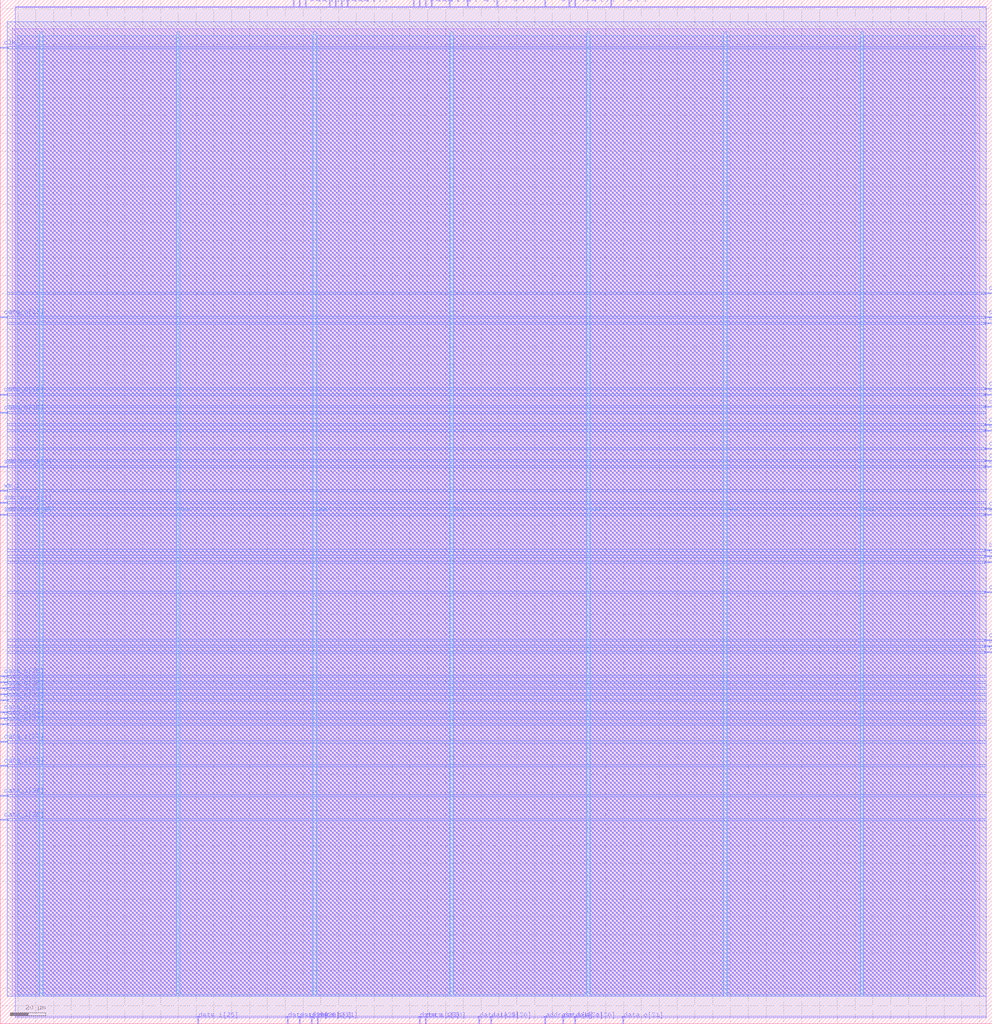
<source format=lef>
VERSION 5.7 ;
  NOWIREEXTENSIONATPIN ON ;
  DIVIDERCHAR "/" ;
  BUSBITCHARS "[]" ;
MACRO ram
  CLASS BLOCK ;
  FOREIGN ram ;
  ORIGIN 0.000 0.000 ;
  SIZE 556.985 BY 574.905 ;
  PIN address_i[0]
    DIRECTION INPUT ;
    USE SIGNAL ;
    ANTENNAGATEAREA 0.498500 ;
    ANTENNADIFFAREA 0.410400 ;
    PORT
      LAYER Metal3 ;
        RECT 0.000 312.480 4.000 313.040 ;
    END
  END address_i[0]
  PIN address_i[1]
    DIRECTION INPUT ;
    USE SIGNAL ;
    ANTENNAGATEAREA 0.498500 ;
    ANTENNADIFFAREA 0.410400 ;
    PORT
      LAYER Metal3 ;
        RECT 0.000 292.320 4.000 292.880 ;
    END
  END address_i[1]
  PIN address_i[2]
    DIRECTION INPUT ;
    USE SIGNAL ;
    ANTENNAGATEAREA 1.102000 ;
    ANTENNADIFFAREA 0.410400 ;
    PORT
      LAYER Metal3 ;
        RECT 0.000 285.600 4.000 286.160 ;
    END
  END address_i[2]
  PIN address_i[3]
    DIRECTION INPUT ;
    USE SIGNAL ;
    ANTENNAGATEAREA 2.204000 ;
    ANTENNADIFFAREA 0.410400 ;
    PORT
      LAYER Metal3 ;
        RECT 552.985 285.600 556.985 286.160 ;
    END
  END address_i[3]
  PIN address_i[4]
    DIRECTION INPUT ;
    USE SIGNAL ;
    ANTENNAGATEAREA 0.726000 ;
    ANTENNADIFFAREA 0.410400 ;
    PORT
      LAYER Metal2 ;
        RECT 305.760 0.000 306.320 4.000 ;
    END
  END address_i[4]
  PIN clk_i
    DIRECTION INPUT ;
    USE SIGNAL ;
    ANTENNAGATEAREA 4.738000 ;
    ANTENNADIFFAREA 0.410400 ;
    PORT
      LAYER Metal3 ;
        RECT 0.000 547.680 4.000 548.240 ;
    END
  END clk_i
  PIN data_i[0]
    DIRECTION INPUT ;
    USE SIGNAL ;
    ANTENNAGATEAREA 0.726000 ;
    ANTENNADIFFAREA 0.410400 ;
    PORT
      LAYER Metal3 ;
        RECT 552.985 258.720 556.985 259.280 ;
    END
  END data_i[0]
  PIN data_i[10]
    DIRECTION INPUT ;
    USE SIGNAL ;
    ANTENNAGATEAREA 0.726000 ;
    ANTENNADIFFAREA 0.410400 ;
    PORT
      LAYER Metal2 ;
        RECT 319.200 570.905 319.760 574.905 ;
    END
  END data_i[10]
  PIN data_i[11]
    DIRECTION INPUT ;
    USE SIGNAL ;
    ANTENNAGATEAREA 0.726000 ;
    ANTENNADIFFAREA 0.410400 ;
    PORT
      LAYER Metal2 ;
        RECT 322.560 570.905 323.120 574.905 ;
    END
  END data_i[11]
  PIN data_i[12]
    DIRECTION INPUT ;
    USE SIGNAL ;
    ANTENNAGATEAREA 1.102000 ;
    ANTENNADIFFAREA 0.410400 ;
    PORT
      LAYER Metal2 ;
        RECT 305.760 570.905 306.320 574.905 ;
    END
  END data_i[12]
  PIN data_i[13]
    DIRECTION INPUT ;
    USE SIGNAL ;
    ANTENNAGATEAREA 0.726000 ;
    ANTENNADIFFAREA 0.410400 ;
    PORT
      LAYER Metal2 ;
        RECT 278.880 570.905 279.440 574.905 ;
    END
  END data_i[13]
  PIN data_i[14]
    DIRECTION INPUT ;
    USE SIGNAL ;
    ANTENNAGATEAREA 1.102000 ;
    ANTENNADIFFAREA 0.410400 ;
    PORT
      LAYER Metal2 ;
        RECT 262.080 570.905 262.640 574.905 ;
    END
  END data_i[14]
  PIN data_i[15]
    DIRECTION INPUT ;
    USE SIGNAL ;
    ANTENNAGATEAREA 0.726000 ;
    ANTENNADIFFAREA 0.410400 ;
    PORT
      LAYER Metal2 ;
        RECT 235.200 570.905 235.760 574.905 ;
    END
  END data_i[15]
  PIN data_i[16]
    DIRECTION INPUT ;
    USE SIGNAL ;
    ANTENNAGATEAREA 1.102000 ;
    ANTENNADIFFAREA 0.410400 ;
    PORT
      LAYER Metal2 ;
        RECT 238.560 570.905 239.120 574.905 ;
    END
  END data_i[16]
  PIN data_i[17]
    DIRECTION INPUT ;
    USE SIGNAL ;
    ANTENNAGATEAREA 0.726000 ;
    ANTENNADIFFAREA 0.410400 ;
    PORT
      LAYER Metal2 ;
        RECT 231.840 570.905 232.400 574.905 ;
    END
  END data_i[17]
  PIN data_i[18]
    DIRECTION INPUT ;
    USE SIGNAL ;
    ANTENNAGATEAREA 1.102000 ;
    ANTENNADIFFAREA 0.410400 ;
    PORT
      LAYER Metal2 ;
        RECT 252.000 570.905 252.560 574.905 ;
    END
  END data_i[18]
  PIN data_i[19]
    DIRECTION INPUT ;
    USE SIGNAL ;
    ANTENNAGATEAREA 1.102000 ;
    ANTENNADIFFAREA 0.410400 ;
    PORT
      LAYER Metal2 ;
        RECT 241.920 570.905 242.480 574.905 ;
    END
  END data_i[19]
  PIN data_i[1]
    DIRECTION INPUT ;
    USE SIGNAL ;
    ANTENNAGATEAREA 0.726000 ;
    ANTENNADIFFAREA 0.410400 ;
    PORT
      LAYER Metal3 ;
        RECT 552.985 262.080 556.985 262.640 ;
    END
  END data_i[1]
  PIN data_i[20]
    DIRECTION INPUT ;
    USE SIGNAL ;
    ANTENNAGATEAREA 0.726000 ;
    ANTENNADIFFAREA 0.410400 ;
    PORT
      LAYER Metal2 ;
        RECT 238.560 0.000 239.120 4.000 ;
    END
  END data_i[20]
  PIN data_i[21]
    DIRECTION INPUT ;
    USE SIGNAL ;
    ANTENNAGATEAREA 1.102000 ;
    ANTENNADIFFAREA 0.410400 ;
    PORT
      LAYER Metal2 ;
        RECT 178.080 0.000 178.640 4.000 ;
    END
  END data_i[21]
  PIN data_i[22]
    DIRECTION INPUT ;
    USE SIGNAL ;
    ANTENNAGATEAREA 1.102000 ;
    ANTENNADIFFAREA 0.410400 ;
    PORT
      LAYER Metal2 ;
        RECT 161.280 0.000 161.840 4.000 ;
    END
  END data_i[22]
  PIN data_i[23]
    DIRECTION INPUT ;
    USE SIGNAL ;
    ANTENNAGATEAREA 1.102000 ;
    ANTENNADIFFAREA 0.410400 ;
    PORT
      LAYER Metal3 ;
        RECT 0.000 144.480 4.000 145.040 ;
    END
  END data_i[23]
  PIN data_i[24]
    DIRECTION INPUT ;
    USE SIGNAL ;
    ANTENNAGATEAREA 1.102000 ;
    ANTENNADIFFAREA 0.410400 ;
    PORT
      LAYER Metal3 ;
        RECT 0.000 127.680 4.000 128.240 ;
    END
  END data_i[24]
  PIN data_i[25]
    DIRECTION INPUT ;
    USE SIGNAL ;
    ANTENNAGATEAREA 0.726000 ;
    ANTENNADIFFAREA 0.410400 ;
    PORT
      LAYER Metal2 ;
        RECT 110.880 0.000 111.440 4.000 ;
    END
  END data_i[25]
  PIN data_i[26]
    DIRECTION INPUT ;
    USE SIGNAL ;
    ANTENNAGATEAREA 1.102000 ;
    ANTENNADIFFAREA 0.410400 ;
    PORT
      LAYER Metal3 ;
        RECT 0.000 114.240 4.000 114.800 ;
    END
  END data_i[26]
  PIN data_i[27]
    DIRECTION INPUT ;
    USE SIGNAL ;
    ANTENNAGATEAREA 1.102000 ;
    ANTENNADIFFAREA 0.410400 ;
    PORT
      LAYER Metal3 ;
        RECT 0.000 157.920 4.000 158.480 ;
    END
  END data_i[27]
  PIN data_i[28]
    DIRECTION INPUT ;
    USE SIGNAL ;
    ANTENNAGATEAREA 1.102000 ;
    ANTENNADIFFAREA 0.410400 ;
    PORT
      LAYER Metal2 ;
        RECT 235.200 0.000 235.760 4.000 ;
    END
  END data_i[28]
  PIN data_i[29]
    DIRECTION INPUT ;
    USE SIGNAL ;
    ANTENNAGATEAREA 0.726000 ;
    ANTENNADIFFAREA 0.410400 ;
    PORT
      LAYER Metal2 ;
        RECT 268.800 0.000 269.360 4.000 ;
    END
  END data_i[29]
  PIN data_i[2]
    DIRECTION INPUT ;
    USE SIGNAL ;
    ANTENNAGATEAREA 0.726000 ;
    ANTENNADIFFAREA 0.410400 ;
    PORT
      LAYER Metal3 ;
        RECT 552.985 265.440 556.985 266.000 ;
    END
  END data_i[2]
  PIN data_i[30]
    DIRECTION INPUT ;
    USE SIGNAL ;
    ANTENNAGATEAREA 0.726000 ;
    ANTENNADIFFAREA 0.410400 ;
    PORT
      LAYER Metal2 ;
        RECT 275.520 0.000 276.080 4.000 ;
    END
  END data_i[30]
  PIN data_i[31]
    DIRECTION INPUT ;
    USE SIGNAL ;
    ANTENNAGATEAREA 1.102000 ;
    ANTENNADIFFAREA 0.410400 ;
    PORT
      LAYER Metal2 ;
        RECT 315.840 0.000 316.400 4.000 ;
    END
  END data_i[31]
  PIN data_i[3]
    DIRECTION INPUT ;
    USE SIGNAL ;
    ANTENNAGATEAREA 0.726000 ;
    ANTENNADIFFAREA 0.410400 ;
    PORT
      LAYER Metal3 ;
        RECT 552.985 288.960 556.985 289.520 ;
    END
  END data_i[3]
  PIN data_i[4]
    DIRECTION INPUT ;
    USE SIGNAL ;
    ANTENNAGATEAREA 0.726000 ;
    ANTENNADIFFAREA 0.410400 ;
    PORT
      LAYER Metal3 ;
        RECT 552.985 312.480 556.985 313.040 ;
    END
  END data_i[4]
  PIN data_i[5]
    DIRECTION INPUT ;
    USE SIGNAL ;
    ANTENNAGATEAREA 1.102000 ;
    ANTENNADIFFAREA 0.410400 ;
    PORT
      LAYER Metal3 ;
        RECT 552.985 356.160 556.985 356.720 ;
    END
  END data_i[5]
  PIN data_i[6]
    DIRECTION INPUT ;
    USE SIGNAL ;
    ANTENNAGATEAREA 0.726000 ;
    ANTENNADIFFAREA 0.410400 ;
    PORT
      LAYER Metal3 ;
        RECT 552.985 393.120 556.985 393.680 ;
    END
  END data_i[6]
  PIN data_i[7]
    DIRECTION INPUT ;
    USE SIGNAL ;
    ANTENNAGATEAREA 0.726000 ;
    ANTENNADIFFAREA 0.410400 ;
    PORT
      LAYER Metal3 ;
        RECT 552.985 409.920 556.985 410.480 ;
    END
  END data_i[7]
  PIN data_i[8]
    DIRECTION INPUT ;
    USE SIGNAL ;
    ANTENNAGATEAREA 0.726000 ;
    ANTENNADIFFAREA 0.410400 ;
    PORT
      LAYER Metal3 ;
        RECT 552.985 396.480 556.985 397.040 ;
    END
  END data_i[8]
  PIN data_i[9]
    DIRECTION INPUT ;
    USE SIGNAL ;
    ANTENNAGATEAREA 1.102000 ;
    ANTENNADIFFAREA 0.410400 ;
    PORT
      LAYER Metal2 ;
        RECT 342.720 570.905 343.280 574.905 ;
    END
  END data_i[9]
  PIN data_o[0]
    DIRECTION OUTPUT TRISTATE ;
    USE SIGNAL ;
    ANTENNADIFFAREA 1.986000 ;
    PORT
      LAYER Metal3 ;
        RECT 552.985 211.680 556.985 212.240 ;
    END
  END data_o[0]
  PIN data_o[10]
    DIRECTION OUTPUT TRISTATE ;
    USE SIGNAL ;
    ANTENNADIFFAREA 1.986000 ;
    PORT
      LAYER Metal2 ;
        RECT 191.520 570.905 192.080 574.905 ;
    END
  END data_o[10]
  PIN data_o[11]
    DIRECTION OUTPUT TRISTATE ;
    USE SIGNAL ;
    ANTENNADIFFAREA 2.080400 ;
    PORT
      LAYER Metal2 ;
        RECT 188.160 570.905 188.720 574.905 ;
    END
  END data_o[11]
  PIN data_o[12]
    DIRECTION OUTPUT TRISTATE ;
    USE SIGNAL ;
    ANTENNADIFFAREA 2.080400 ;
    PORT
      LAYER Metal2 ;
        RECT 184.800 570.905 185.360 574.905 ;
    END
  END data_o[12]
  PIN data_o[13]
    DIRECTION OUTPUT TRISTATE ;
    USE SIGNAL ;
    ANTENNADIFFAREA 2.080400 ;
    PORT
      LAYER Metal2 ;
        RECT 171.360 570.905 171.920 574.905 ;
    END
  END data_o[13]
  PIN data_o[14]
    DIRECTION OUTPUT TRISTATE ;
    USE SIGNAL ;
    ANTENNADIFFAREA 2.080400 ;
    PORT
      LAYER Metal2 ;
        RECT 168.000 570.905 168.560 574.905 ;
    END
  END data_o[14]
  PIN data_o[15]
    DIRECTION OUTPUT TRISTATE ;
    USE SIGNAL ;
    ANTENNADIFFAREA 2.080400 ;
    PORT
      LAYER Metal2 ;
        RECT 164.640 570.905 165.200 574.905 ;
    END
  END data_o[15]
  PIN data_o[16]
    DIRECTION OUTPUT TRISTATE ;
    USE SIGNAL ;
    ANTENNADIFFAREA 2.080400 ;
    PORT
      LAYER Metal2 ;
        RECT 194.880 570.905 195.440 574.905 ;
    END
  END data_o[16]
  PIN data_o[17]
    DIRECTION OUTPUT TRISTATE ;
    USE SIGNAL ;
    ANTENNADIFFAREA 1.986000 ;
    PORT
      LAYER Metal3 ;
        RECT 0.000 396.480 4.000 397.040 ;
    END
  END data_o[17]
  PIN data_o[18]
    DIRECTION OUTPUT TRISTATE ;
    USE SIGNAL ;
    ANTENNADIFFAREA 2.080400 ;
    PORT
      LAYER Metal3 ;
        RECT 0.000 352.800 4.000 353.360 ;
    END
  END data_o[18]
  PIN data_o[19]
    DIRECTION OUTPUT TRISTATE ;
    USE SIGNAL ;
    ANTENNADIFFAREA 2.080400 ;
    PORT
      LAYER Metal3 ;
        RECT 0.000 342.720 4.000 343.280 ;
    END
  END data_o[19]
  PIN data_o[1]
    DIRECTION OUTPUT TRISTATE ;
    USE SIGNAL ;
    ANTENNADIFFAREA 1.986000 ;
    PORT
      LAYER Metal3 ;
        RECT 552.985 215.040 556.985 215.600 ;
    END
  END data_o[1]
  PIN data_o[20]
    DIRECTION OUTPUT TRISTATE ;
    USE SIGNAL ;
    ANTENNADIFFAREA 2.080400 ;
    PORT
      LAYER Metal2 ;
        RECT 174.720 0.000 175.280 4.000 ;
    END
  END data_o[20]
  PIN data_o[21]
    DIRECTION OUTPUT TRISTATE ;
    USE SIGNAL ;
    ANTENNADIFFAREA 1.986000 ;
    PORT
      LAYER Metal3 ;
        RECT 0.000 181.440 4.000 182.000 ;
    END
  END data_o[21]
  PIN data_o[22]
    DIRECTION OUTPUT TRISTATE ;
    USE SIGNAL ;
    ANTENNADIFFAREA 2.080400 ;
    PORT
      LAYER Metal2 ;
        RECT 168.000 0.000 168.560 4.000 ;
    END
  END data_o[22]
  PIN data_o[23]
    DIRECTION OUTPUT TRISTATE ;
    USE SIGNAL ;
    ANTENNADIFFAREA 1.986000 ;
    PORT
      LAYER Metal3 ;
        RECT 0.000 174.720 4.000 175.280 ;
    END
  END data_o[23]
  PIN data_o[24]
    DIRECTION OUTPUT TRISTATE ;
    USE SIGNAL ;
    ANTENNADIFFAREA 1.986000 ;
    PORT
      LAYER Metal3 ;
        RECT 0.000 171.360 4.000 171.920 ;
    END
  END data_o[24]
  PIN data_o[25]
    DIRECTION OUTPUT TRISTATE ;
    USE SIGNAL ;
    ANTENNADIFFAREA 1.986000 ;
    PORT
      LAYER Metal3 ;
        RECT 0.000 188.160 4.000 188.720 ;
    END
  END data_o[25]
  PIN data_o[26]
    DIRECTION OUTPUT TRISTATE ;
    USE SIGNAL ;
    ANTENNADIFFAREA 1.986000 ;
    PORT
      LAYER Metal3 ;
        RECT 0.000 194.880 4.000 195.440 ;
    END
  END data_o[26]
  PIN data_o[27]
    DIRECTION OUTPUT TRISTATE ;
    USE SIGNAL ;
    ANTENNADIFFAREA 2.080400 ;
    PORT
      LAYER Metal3 ;
        RECT 0.000 168.000 4.000 168.560 ;
    END
  END data_o[27]
  PIN data_o[28]
    DIRECTION OUTPUT TRISTATE ;
    USE SIGNAL ;
    ANTENNADIFFAREA 2.080400 ;
    PORT
      LAYER Metal3 ;
        RECT 0.000 184.800 4.000 185.360 ;
    END
  END data_o[28]
  PIN data_o[29]
    DIRECTION OUTPUT TRISTATE ;
    USE SIGNAL ;
    ANTENNADIFFAREA 1.986000 ;
    PORT
      LAYER Metal3 ;
        RECT 0.000 191.520 4.000 192.080 ;
    END
  END data_o[29]
  PIN data_o[2]
    DIRECTION OUTPUT TRISTATE ;
    USE SIGNAL ;
    ANTENNADIFFAREA 2.080400 ;
    PORT
      LAYER Metal3 ;
        RECT 552.985 208.320 556.985 208.880 ;
    END
  END data_o[2]
  PIN data_o[30]
    DIRECTION OUTPUT TRISTATE ;
    USE SIGNAL ;
    ANTENNADIFFAREA 2.080400 ;
    PORT
      LAYER Metal2 ;
        RECT 322.560 0.000 323.120 4.000 ;
    END
  END data_o[30]
  PIN data_o[31]
    DIRECTION OUTPUT TRISTATE ;
    USE SIGNAL ;
    ANTENNADIFFAREA 2.080400 ;
    PORT
      LAYER Metal2 ;
        RECT 349.440 0.000 350.000 4.000 ;
    END
  END data_o[31]
  PIN data_o[3]
    DIRECTION OUTPUT TRISTATE ;
    USE SIGNAL ;
    ANTENNADIFFAREA 2.080400 ;
    PORT
      LAYER Metal3 ;
        RECT 552.985 241.920 556.985 242.480 ;
    END
  END data_o[3]
  PIN data_o[4]
    DIRECTION OUTPUT TRISTATE ;
    USE SIGNAL ;
    ANTENNADIFFAREA 1.986000 ;
    PORT
      LAYER Metal3 ;
        RECT 552.985 315.840 556.985 316.400 ;
    END
  END data_o[4]
  PIN data_o[5]
    DIRECTION OUTPUT TRISTATE ;
    USE SIGNAL ;
    ANTENNADIFFAREA 1.986000 ;
    PORT
      LAYER Metal3 ;
        RECT 552.985 322.560 556.985 323.120 ;
    END
  END data_o[5]
  PIN data_o[6]
    DIRECTION OUTPUT TRISTATE ;
    USE SIGNAL ;
    ANTENNADIFFAREA 2.080400 ;
    PORT
      LAYER Metal3 ;
        RECT 552.985 336.000 556.985 336.560 ;
    END
  END data_o[6]
  PIN data_o[7]
    DIRECTION OUTPUT TRISTATE ;
    USE SIGNAL ;
    ANTENNADIFFAREA 2.080400 ;
    PORT
      LAYER Metal3 ;
        RECT 552.985 332.640 556.985 333.200 ;
    END
  END data_o[7]
  PIN data_o[8]
    DIRECTION OUTPUT TRISTATE ;
    USE SIGNAL ;
    ANTENNADIFFAREA 2.080400 ;
    PORT
      LAYER Metal3 ;
        RECT 552.985 346.080 556.985 346.640 ;
    END
  END data_o[8]
  PIN data_o[9]
    DIRECTION OUTPUT TRISTATE ;
    USE SIGNAL ;
    ANTENNADIFFAREA 2.080400 ;
    PORT
      LAYER Metal3 ;
        RECT 552.985 352.800 556.985 353.360 ;
    END
  END data_o[9]
  PIN vdd
    DIRECTION INOUT ;
    USE POWER ;
    PORT
      LAYER Metal4 ;
        RECT 22.240 15.380 23.840 556.940 ;
    END
    PORT
      LAYER Metal4 ;
        RECT 175.840 15.380 177.440 556.940 ;
    END
    PORT
      LAYER Metal4 ;
        RECT 329.440 15.380 331.040 556.940 ;
    END
    PORT
      LAYER Metal4 ;
        RECT 483.040 15.380 484.640 556.940 ;
    END
  END vdd
  PIN vss
    DIRECTION INOUT ;
    USE GROUND ;
    PORT
      LAYER Metal4 ;
        RECT 99.040 15.380 100.640 556.940 ;
    END
    PORT
      LAYER Metal4 ;
        RECT 252.640 15.380 254.240 556.940 ;
    END
    PORT
      LAYER Metal4 ;
        RECT 406.240 15.380 407.840 556.940 ;
    END
  END vss
  PIN we_i
    DIRECTION INPUT ;
    USE SIGNAL ;
    ANTENNAGATEAREA 2.204000 ;
    ANTENNADIFFAREA 0.410400 ;
    PORT
      LAYER Metal3 ;
        RECT 0.000 299.040 4.000 299.600 ;
    END
  END we_i
  OBS
      LAYER Metal1 ;
        RECT 6.720 15.380 549.920 558.730 ;
      LAYER Metal2 ;
        RECT 8.540 570.605 164.340 570.905 ;
        RECT 165.500 570.605 167.700 570.905 ;
        RECT 168.860 570.605 171.060 570.905 ;
        RECT 172.220 570.605 184.500 570.905 ;
        RECT 185.660 570.605 187.860 570.905 ;
        RECT 189.020 570.605 191.220 570.905 ;
        RECT 192.380 570.605 194.580 570.905 ;
        RECT 195.740 570.605 231.540 570.905 ;
        RECT 232.700 570.605 234.900 570.905 ;
        RECT 236.060 570.605 238.260 570.905 ;
        RECT 239.420 570.605 241.620 570.905 ;
        RECT 242.780 570.605 251.700 570.905 ;
        RECT 252.860 570.605 261.780 570.905 ;
        RECT 262.940 570.605 278.580 570.905 ;
        RECT 279.740 570.605 305.460 570.905 ;
        RECT 306.620 570.605 318.900 570.905 ;
        RECT 320.060 570.605 322.260 570.905 ;
        RECT 323.420 570.605 342.420 570.905 ;
        RECT 343.580 570.605 553.700 570.905 ;
        RECT 8.540 4.300 553.700 570.605 ;
        RECT 8.540 3.500 110.580 4.300 ;
        RECT 111.740 3.500 160.980 4.300 ;
        RECT 162.140 3.500 167.700 4.300 ;
        RECT 168.860 3.500 174.420 4.300 ;
        RECT 175.580 3.500 177.780 4.300 ;
        RECT 178.940 3.500 234.900 4.300 ;
        RECT 236.060 3.500 238.260 4.300 ;
        RECT 239.420 3.500 268.500 4.300 ;
        RECT 269.660 3.500 275.220 4.300 ;
        RECT 276.380 3.500 305.460 4.300 ;
        RECT 306.620 3.500 315.540 4.300 ;
        RECT 316.700 3.500 322.260 4.300 ;
        RECT 323.420 3.500 349.140 4.300 ;
        RECT 350.300 3.500 553.700 4.300 ;
      LAYER Metal3 ;
        RECT 4.000 548.540 553.700 562.660 ;
        RECT 4.300 547.380 553.700 548.540 ;
        RECT 4.000 410.780 553.700 547.380 ;
        RECT 4.000 409.620 552.685 410.780 ;
        RECT 4.000 397.340 553.700 409.620 ;
        RECT 4.300 396.180 552.685 397.340 ;
        RECT 4.000 393.980 553.700 396.180 ;
        RECT 4.000 392.820 552.685 393.980 ;
        RECT 4.000 357.020 553.700 392.820 ;
        RECT 4.000 355.860 552.685 357.020 ;
        RECT 4.000 353.660 553.700 355.860 ;
        RECT 4.300 352.500 552.685 353.660 ;
        RECT 4.000 346.940 553.700 352.500 ;
        RECT 4.000 345.780 552.685 346.940 ;
        RECT 4.000 343.580 553.700 345.780 ;
        RECT 4.300 342.420 553.700 343.580 ;
        RECT 4.000 336.860 553.700 342.420 ;
        RECT 4.000 335.700 552.685 336.860 ;
        RECT 4.000 333.500 553.700 335.700 ;
        RECT 4.000 332.340 552.685 333.500 ;
        RECT 4.000 323.420 553.700 332.340 ;
        RECT 4.000 322.260 552.685 323.420 ;
        RECT 4.000 316.700 553.700 322.260 ;
        RECT 4.000 315.540 552.685 316.700 ;
        RECT 4.000 313.340 553.700 315.540 ;
        RECT 4.300 312.180 552.685 313.340 ;
        RECT 4.000 299.900 553.700 312.180 ;
        RECT 4.300 298.740 553.700 299.900 ;
        RECT 4.000 293.180 553.700 298.740 ;
        RECT 4.300 292.020 553.700 293.180 ;
        RECT 4.000 289.820 553.700 292.020 ;
        RECT 4.000 288.660 552.685 289.820 ;
        RECT 4.000 286.460 553.700 288.660 ;
        RECT 4.300 285.300 552.685 286.460 ;
        RECT 4.000 266.300 553.700 285.300 ;
        RECT 4.000 265.140 552.685 266.300 ;
        RECT 4.000 262.940 553.700 265.140 ;
        RECT 4.000 261.780 552.685 262.940 ;
        RECT 4.000 259.580 553.700 261.780 ;
        RECT 4.000 258.420 552.685 259.580 ;
        RECT 4.000 242.780 553.700 258.420 ;
        RECT 4.000 241.620 552.685 242.780 ;
        RECT 4.000 215.900 553.700 241.620 ;
        RECT 4.000 214.740 552.685 215.900 ;
        RECT 4.000 212.540 553.700 214.740 ;
        RECT 4.000 211.380 552.685 212.540 ;
        RECT 4.000 209.180 553.700 211.380 ;
        RECT 4.000 208.020 552.685 209.180 ;
        RECT 4.000 195.740 553.700 208.020 ;
        RECT 4.300 194.580 553.700 195.740 ;
        RECT 4.000 192.380 553.700 194.580 ;
        RECT 4.300 191.220 553.700 192.380 ;
        RECT 4.000 189.020 553.700 191.220 ;
        RECT 4.300 187.860 553.700 189.020 ;
        RECT 4.000 185.660 553.700 187.860 ;
        RECT 4.300 184.500 553.700 185.660 ;
        RECT 4.000 182.300 553.700 184.500 ;
        RECT 4.300 181.140 553.700 182.300 ;
        RECT 4.000 175.580 553.700 181.140 ;
        RECT 4.300 174.420 553.700 175.580 ;
        RECT 4.000 172.220 553.700 174.420 ;
        RECT 4.300 171.060 553.700 172.220 ;
        RECT 4.000 168.860 553.700 171.060 ;
        RECT 4.300 167.700 553.700 168.860 ;
        RECT 4.000 158.780 553.700 167.700 ;
        RECT 4.300 157.620 553.700 158.780 ;
        RECT 4.000 145.340 553.700 157.620 ;
        RECT 4.300 144.180 553.700 145.340 ;
        RECT 4.000 128.540 553.700 144.180 ;
        RECT 4.300 127.380 553.700 128.540 ;
        RECT 4.000 115.100 553.700 127.380 ;
        RECT 4.300 113.940 553.700 115.100 ;
        RECT 4.000 15.540 553.700 113.940 ;
      LAYER Metal4 ;
        RECT 9.660 16.330 21.940 554.870 ;
        RECT 24.140 16.330 98.740 554.870 ;
        RECT 100.940 16.330 175.540 554.870 ;
        RECT 177.740 16.330 252.340 554.870 ;
        RECT 254.540 16.330 329.140 554.870 ;
        RECT 331.340 16.330 405.940 554.870 ;
        RECT 408.140 16.330 482.740 554.870 ;
        RECT 484.940 16.330 547.540 554.870 ;
  END
END ram
END LIBRARY


</source>
